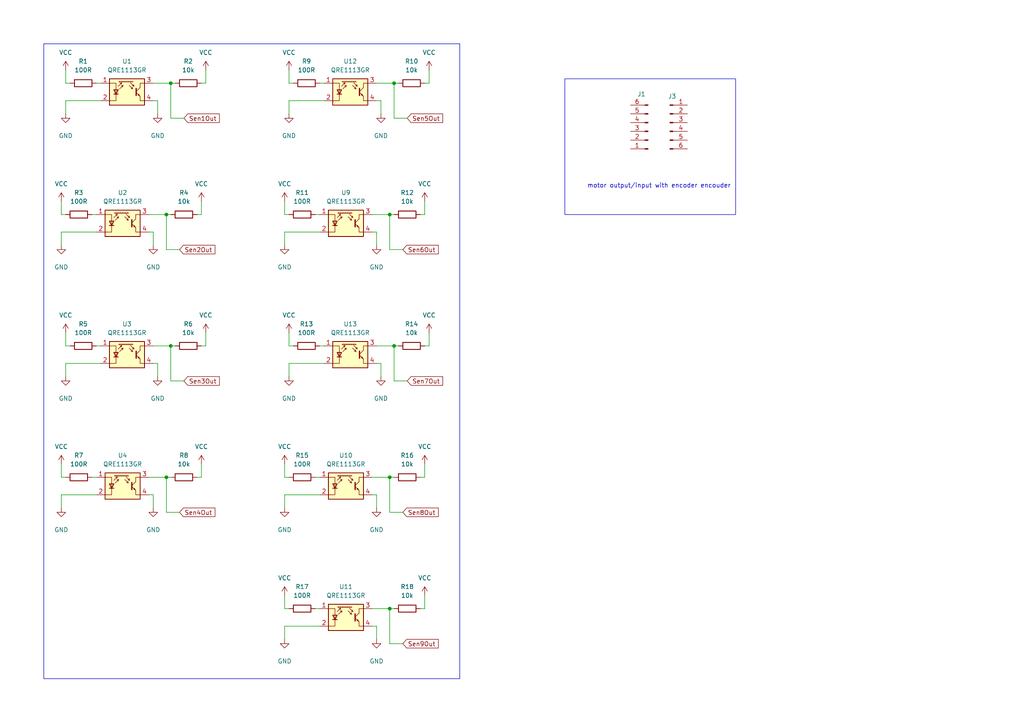
<source format=kicad_sch>
(kicad_sch (version 20250114) (generator "eeschema") (generator_version "9.0")
  (paper "A4")
  (lib_symbols
    (symbol "Connector:Conn_01x06_Pin" (pin_names (offset 1.016) (hide yes))
      (property "Reference" "J" (at 0 7.62 0))
      (property "Value" "Conn_01x06_Pin" (at 0 -10.16 0))
      (symbol "Conn_01x06_Pin_1_1"
        (rectangle (start 0.8636 5.207) (end 0 4.953) (stroke (width 0.1524)) (fill (type outline)))
        (rectangle (start 0.8636 2.667) (end 0 2.413) (stroke (width 0.1524)) (fill (type outline)))
        (rectangle (start 0.8636 0.127) (end 0 -0.127) (stroke (width 0.1524)) (fill (type outline)))
        (rectangle (start 0.8636 -2.413) (end 0 -2.667) (stroke (width 0.1524)) (fill (type outline)))
        (rectangle (start 0.8636 -4.953) (end 0 -5.207) (stroke (width 0.1524)) (fill (type outline)))
        (rectangle (start 0.8636 -7.493) (end 0 -7.747) (stroke (width 0.1524)) (fill (type outline)))
        (polyline (pts (xy 1.27 5.08) (xy 0.8636 5.08)) (stroke (width 0.1524)))
        (polyline (pts (xy 1.27 2.54) (xy 0.8636 2.54)) (stroke (width 0.1524)))
        (polyline (pts (xy 1.27 0) (xy 0.8636 0)) (stroke (width 0.1524)))
        (polyline (pts (xy 1.27 -2.54) (xy 0.8636 -2.54)) (stroke (width 0.1524)))
        (polyline (pts (xy 1.27 -5.08) (xy 0.8636 -5.08)) (stroke (width 0.1524)))
        (polyline (pts (xy 1.27 -7.62) (xy 0.8636 -7.62)) (stroke (width 0.1524)))
        (pin passive line (at 5.08 5.08 180) (length 3.81) (name "Pin_1") (number "1"))
        (pin passive line (at 5.08 2.54 180) (length 3.81) (name "Pin_2") (number "2"))
        (pin passive line (at 5.08 0 180) (length 3.81) (name "Pin_3") (number "3"))
        (pin passive line (at 5.08 -2.54 180) (length 3.81) (name "Pin_4") (number "4"))
        (pin passive line (at 5.08 -5.08 180) (length 3.81) (name "Pin_5") (number "5"))
        (pin passive line (at 5.08 -7.62 180) (length 3.81) (name "Pin_6") (number "6"))
      )
    )
    (symbol "Device:R" (pin_numbers (hide yes)) (pin_names (offset 0))
      (property "Reference" "R" (at 2.032 0 90))
      (property "Value" "R" (at 0 0 90))
      (symbol "R_0_1"
        (rectangle (start -1.016 -2.54) (end 1.016 2.54) (stroke (width 0.254)))
      )
      (symbol "R_1_1"
        (pin passive line (at 0 3.81 270) (length 1.27) (name "~") (number "1"))
        (pin passive line (at 0 -3.81 90) (length 1.27) (name "~") (number "2"))
      )
    )
    (symbol "Sensor_Proximity:QRE1113GR" (pin_names (offset 0.0254) (hide yes))
      (property "Reference" "U" (at -3.81 5.08 0))
      (property "Value" "QRE1113GR" (at 11.43 5.08 0))
      (symbol "QRE1113GR_0_1"
        (polyline (pts (xy -5.08 -2.54) (xy -3.175 -2.54) (xy -3.175 2.54) (xy -5.08 2.54)))
        (polyline (pts (xy -5.08 -3.81) (xy 5.08 -3.81) (xy 5.08 3.81) (xy -5.08 3.81) (xy -5.08 -3.81)) (stroke (width 0.254)) (fill (type background)))
        (polyline (pts (xy -3.81 -0.635) (xy -2.54 -0.635)) (stroke (width 0.254)))
        (polyline (pts (xy -3.175 -0.635) (xy -3.81 0.635) (xy -2.54 0.635) (xy -3.175 -0.635)) (stroke (width 0.254)))
        (polyline (pts (xy -2.54 1.651) (xy -1.524 2.667) (xy -2.032 2.54)))
        (polyline (pts (xy -2.286 2.921) (xy -2.032 3.175)))
        (polyline (pts (xy -2.159 0.889) (xy -1.143 1.905) (xy -1.651 1.778)))
        (polyline (pts (xy -1.778 2.921) (xy -1.524 3.175)))
        (polyline (pts (xy -1.524 2.667) (xy -1.651 2.159)))
        (polyline (pts (xy -1.27 2.921) (xy -1.016 3.175)))
        (polyline (pts (xy -1.143 1.905) (xy -1.27 1.397)))
        (polyline (pts (xy -0.762 2.921) (xy -0.508 3.175)))
        (polyline (pts (xy -0.254 2.921) (xy 0 3.175)))
        (polyline (pts (xy 0.254 2.921) (xy 0.508 3.175)))
        (polyline (pts (xy 0.635 1.905) (xy 1.651 0.889) (xy 1.524 1.397)))
        (polyline (pts (xy 0.762 2.921) (xy 1.016 3.175)))
        (polyline (pts (xy 1.016 2.667) (xy 2.032 1.651) (xy 1.905 2.159)))
        (polyline (pts (xy 1.27 2.921) (xy 1.524 3.175)))
        (polyline (pts (xy 1.651 0.889) (xy 1.143 1.016)))
        (polyline (pts (xy 1.778 2.921) (xy -2.413 2.921)))
        (polyline (pts (xy 2.032 1.651) (xy 1.524 1.778)))
        (polyline (pts (xy 2.667 1.016) (xy 2.667 -1.016) (xy 2.667 -1.016)) (stroke (width 0.3556)))
        (polyline (pts (xy 2.667 0.127) (xy 3.81 1.27)))
        (polyline (pts (xy 2.667 -0.127) (xy 3.81 -1.27)))
        (polyline (pts (xy 3.683 -1.143) (xy 3.429 -0.635) (xy 3.175 -0.889) (xy 3.683 -1.143)))
        (polyline (pts (xy 3.81 1.27) (xy 3.81 2.54) (xy 5.08 2.54)))
        (polyline (pts (xy 3.81 -1.27) (xy 3.81 -2.54) (xy 5.08 -2.54)))
      )
      (symbol "QRE1113GR_1_1"
        (pin passive line (at -7.62 2.54 0) (length 2.54) (name "A") (number "1"))
        (pin passive line (at -7.62 -2.54 0) (length 2.54) (name "K") (number "2"))
        (pin open_collector line (at 7.62 2.54 180) (length 2.54) (name "~") (number "3"))
        (pin open_emitter line (at 7.62 -2.54 180) (length 2.54) (name "~") (number "4"))
      )
    )
    (symbol "power:GND" (power) (pin_names (offset 0))
      (property "Value" "GND" (at 0 -3.81 0))
      (symbol "GND_0_1"
        (polyline (pts (xy 0 0) (xy 0 -1.27) (xy 1.27 -1.27) (xy 0 -2.54) (xy -1.27 -1.27) (xy 0 -1.27)))
      )
      (symbol "GND_1_1"
        (pin power_in line (at 0 0 270) (length 0) (hide yes) (name "GND") (number "1"))
      )
    )
    (symbol "power:VCC" (power) (pin_names (offset 0))
      (property "Value" "VCC" (at 0 3.81 0))
      (symbol "VCC_0_1"
        (polyline (pts (xy -0.762 1.27) (xy 0 2.54)))
        (polyline (pts (xy 0 2.54) (xy 0.762 1.27)))
        (polyline (pts (xy 0 0) (xy 0 2.54)))
      )
      (symbol "VCC_1_1"
        (pin power_in line (at 0 0 90) (length 0) (hide yes) (name "VCC") (number "1"))
      )
    )
  )
  (rectangle (start 12.7 12.7) (end 133.35 196.85))
  (rectangle (start 163.83 22.86) (end 213.36 62.23))
  (text "motor output/input with encoder encouder\n" (at 191.135 53.975 0) (effects (font (size 1.27 1.27))))
  (junction (at 48.26 62.23))
  (junction (at 113.03 138.43))
  (junction (at 48.26 138.43))
  (junction (at 49.53 100.33))
  (junction (at 113.03 176.53))
  (junction (at 49.53 24.13))
  (junction (at 114.3 24.13))
  (junction (at 113.03 62.23))
  (junction (at 114.3 100.33))
  (wire (pts (xy 59.69 96.52) (xy 59.69 100.33)))
  (wire (pts (xy 109.22 143.51) (xy 109.22 147.32)))
  (wire (pts (xy 109.22 29.21) (xy 110.49 29.21)))
  (wire (pts (xy 44.45 24.13) (xy 49.53 24.13)))
  (wire (pts (xy 83.82 33.02) (xy 83.82 29.21)))
  (wire (pts (xy 48.26 62.23) (xy 48.26 72.39)))
  (wire (pts (xy 110.49 105.41) (xy 110.49 109.22)))
  (wire (pts (xy 19.05 96.52) (xy 19.05 100.33)))
  (wire (pts (xy 107.95 138.43) (xy 113.03 138.43)))
  (wire (pts (xy 107.95 176.53) (xy 113.03 176.53)))
  (wire (pts (xy 114.3 24.13) (xy 114.3 34.29)))
  (wire (pts (xy 121.92 62.23) (xy 123.19 62.23)))
  (wire (pts (xy 49.53 24.13) (xy 50.8 24.13)))
  (wire (pts (xy 113.03 138.43) (xy 113.03 148.59)))
  (wire (pts (xy 43.18 62.23) (xy 48.26 62.23)))
  (wire (pts (xy 19.05 33.02) (xy 19.05 29.21)))
  (wire (pts (xy 44.45 105.41) (xy 45.72 105.41)))
  (wire (pts (xy 45.72 29.21) (xy 45.72 33.02)))
  (wire (pts (xy 113.03 62.23) (xy 114.3 62.23)))
  (wire (pts (xy 44.45 67.31) (xy 44.45 71.12)))
  (wire (pts (xy 92.71 100.33) (xy 93.98 100.33)))
  (wire (pts (xy 83.82 24.13) (xy 85.09 24.13)))
  (wire (pts (xy 82.55 71.12) (xy 82.55 67.31)))
  (wire (pts (xy 48.26 148.59) (xy 52.07 148.59)))
  (wire (pts (xy 82.55 185.42) (xy 82.55 181.61)))
  (wire (pts (xy 123.19 172.72) (xy 123.19 176.53)))
  (wire (pts (xy 91.44 176.53) (xy 92.71 176.53)))
  (wire (pts (xy 123.19 100.33) (xy 124.46 100.33)))
  (wire (pts (xy 113.03 176.53) (xy 113.03 186.69)))
  (wire (pts (xy 44.45 100.33) (xy 49.53 100.33)))
  (wire (pts (xy 27.94 100.33) (xy 29.21 100.33)))
  (wire (pts (xy 114.3 100.33) (xy 114.3 110.49)))
  (wire (pts (xy 109.22 67.31) (xy 109.22 71.12)))
  (wire (pts (xy 58.42 58.42) (xy 58.42 62.23)))
  (wire (pts (xy 49.53 24.13) (xy 49.53 34.29)))
  (wire (pts (xy 82.55 67.31) (xy 92.71 67.31)))
  (wire (pts (xy 91.44 62.23) (xy 92.71 62.23)))
  (wire (pts (xy 49.53 34.29) (xy 53.34 34.29)))
  (wire (pts (xy 26.67 138.43) (xy 27.94 138.43)))
  (wire (pts (xy 17.78 71.12) (xy 17.78 67.31)))
  (wire (pts (xy 58.42 100.33) (xy 59.69 100.33)))
  (wire (pts (xy 92.71 24.13) (xy 93.98 24.13)))
  (wire (pts (xy 82.55 134.62) (xy 82.55 138.43)))
  (wire (pts (xy 19.05 29.21) (xy 29.21 29.21)))
  (wire (pts (xy 48.26 138.43) (xy 49.53 138.43)))
  (wire (pts (xy 17.78 134.62) (xy 17.78 138.43)))
  (wire (pts (xy 26.67 62.23) (xy 27.94 62.23)))
  (wire (pts (xy 82.55 143.51) (xy 92.71 143.51)))
  (wire (pts (xy 82.55 58.42) (xy 82.55 62.23)))
  (wire (pts (xy 27.94 24.13) (xy 29.21 24.13)))
  (wire (pts (xy 43.18 143.51) (xy 44.45 143.51)))
  (wire (pts (xy 57.15 138.43) (xy 58.42 138.43)))
  (wire (pts (xy 82.55 172.72) (xy 82.55 176.53)))
  (wire (pts (xy 82.55 62.23) (xy 83.82 62.23)))
  (wire (pts (xy 107.95 143.51) (xy 109.22 143.51)))
  (wire (pts (xy 82.55 181.61) (xy 92.71 181.61)))
  (wire (pts (xy 107.95 62.23) (xy 113.03 62.23)))
  (wire (pts (xy 17.78 62.23) (xy 19.05 62.23)))
  (wire (pts (xy 107.95 181.61) (xy 109.22 181.61)))
  (wire (pts (xy 113.03 138.43) (xy 114.3 138.43)))
  (wire (pts (xy 121.92 138.43) (xy 123.19 138.43)))
  (wire (pts (xy 19.05 109.22) (xy 19.05 105.41)))
  (wire (pts (xy 113.03 186.69) (xy 116.84 186.69)))
  (wire (pts (xy 114.3 34.29) (xy 118.11 34.29)))
  (wire (pts (xy 114.3 24.13) (xy 115.57 24.13)))
  (wire (pts (xy 109.22 100.33) (xy 114.3 100.33)))
  (wire (pts (xy 109.22 24.13) (xy 114.3 24.13)))
  (wire (pts (xy 82.55 138.43) (xy 83.82 138.43)))
  (wire (pts (xy 124.46 20.32) (xy 124.46 24.13)))
  (wire (pts (xy 113.03 148.59) (xy 116.84 148.59)))
  (wire (pts (xy 58.42 24.13) (xy 59.69 24.13)))
  (wire (pts (xy 114.3 100.33) (xy 115.57 100.33)))
  (wire (pts (xy 58.42 134.62) (xy 58.42 138.43)))
  (wire (pts (xy 82.55 147.32) (xy 82.55 143.51)))
  (wire (pts (xy 113.03 176.53) (xy 114.3 176.53)))
  (wire (pts (xy 17.78 138.43) (xy 19.05 138.43)))
  (wire (pts (xy 83.82 96.52) (xy 83.82 100.33)))
  (wire (pts (xy 17.78 147.32) (xy 17.78 143.51)))
  (wire (pts (xy 83.82 105.41) (xy 93.98 105.41)))
  (wire (pts (xy 123.19 58.42) (xy 123.19 62.23)))
  (wire (pts (xy 17.78 58.42) (xy 17.78 62.23)))
  (wire (pts (xy 114.3 110.49) (xy 118.11 110.49)))
  (wire (pts (xy 107.95 67.31) (xy 109.22 67.31)))
  (wire (pts (xy 45.72 105.41) (xy 45.72 109.22)))
  (wire (pts (xy 109.22 105.41) (xy 110.49 105.41)))
  (wire (pts (xy 43.18 138.43) (xy 48.26 138.43)))
  (wire (pts (xy 124.46 96.52) (xy 124.46 100.33)))
  (wire (pts (xy 19.05 20.32) (xy 19.05 24.13)))
  (wire (pts (xy 49.53 100.33) (xy 50.8 100.33)))
  (wire (pts (xy 113.03 62.23) (xy 113.03 72.39)))
  (wire (pts (xy 110.49 29.21) (xy 110.49 33.02)))
  (wire (pts (xy 113.03 72.39) (xy 116.84 72.39)))
  (wire (pts (xy 49.53 110.49) (xy 53.34 110.49)))
  (wire (pts (xy 48.26 72.39) (xy 52.07 72.39)))
  (wire (pts (xy 57.15 62.23) (xy 58.42 62.23)))
  (wire (pts (xy 19.05 100.33) (xy 20.32 100.33)))
  (wire (pts (xy 83.82 109.22) (xy 83.82 105.41)))
  (wire (pts (xy 43.18 67.31) (xy 44.45 67.31)))
  (wire (pts (xy 48.26 138.43) (xy 48.26 148.59)))
  (wire (pts (xy 19.05 24.13) (xy 20.32 24.13)))
  (wire (pts (xy 123.19 134.62) (xy 123.19 138.43)))
  (wire (pts (xy 91.44 138.43) (xy 92.71 138.43)))
  (wire (pts (xy 83.82 29.21) (xy 93.98 29.21)))
  (wire (pts (xy 19.05 105.41) (xy 29.21 105.41)))
  (wire (pts (xy 49.53 100.33) (xy 49.53 110.49)))
  (wire (pts (xy 17.78 67.31) (xy 27.94 67.31)))
  (wire (pts (xy 59.69 20.32) (xy 59.69 24.13)))
  (wire (pts (xy 123.19 24.13) (xy 124.46 24.13)))
  (wire (pts (xy 44.45 143.51) (xy 44.45 147.32)))
  (wire (pts (xy 82.55 176.53) (xy 83.82 176.53)))
  (wire (pts (xy 123.19 176.53) (xy 121.92 176.53)))
  (wire (pts (xy 109.22 181.61) (xy 109.22 185.42)))
  (wire (pts (xy 44.45 29.21) (xy 45.72 29.21)))
  (wire (pts (xy 83.82 100.33) (xy 85.09 100.33)))
  (wire (pts (xy 17.78 143.51) (xy 27.94 143.51)))
  (wire (pts (xy 83.82 20.32) (xy 83.82 24.13)))
  (wire (pts (xy 48.26 62.23) (xy 49.53 62.23)))
  (global_label "Sen3Out" (shape input) (at 53.34 110.49 0) (property "Intersheetrefs" "${INTERSHEET_REFS}" (effects (hide yes))))
  (global_label "Sen5Out" (shape input) (at 118.11 34.29 0) (property "Intersheetrefs" "${INTERSHEET_REFS}" (effects (hide yes))))
  (global_label "Sen4Out" (shape input) (at 52.07 148.59 0) (property "Intersheetrefs" "${INTERSHEET_REFS}" (effects (hide yes))))
  (global_label "Sen8Out" (shape input) (at 116.84 148.59 0) (property "Intersheetrefs" "${INTERSHEET_REFS}" (effects (hide yes))))
  (global_label "Sen7Out" (shape input) (at 118.11 110.49 0) (property "Intersheetrefs" "${INTERSHEET_REFS}" (effects (hide yes))))
  (global_label "Sen9Out" (shape input) (at 116.84 186.69 0) (property "Intersheetrefs" "${INTERSHEET_REFS}" (effects (hide yes))))
  (global_label "Sen2Out" (shape input) (at 52.07 72.39 0) (property "Intersheetrefs" "${INTERSHEET_REFS}" (effects (hide yes))))
  (global_label "Sen1Out" (shape input) (at 53.34 34.29 0) (property "Intersheetrefs" "${INTERSHEET_REFS}" (effects (hide yes))))
  (global_label "Sen6Out" (shape input) (at 116.84 72.39 0) (property "Intersheetrefs" "${INTERSHEET_REFS}" (effects (hide yes))))
  (symbol (lib_id "Device:R") (at 88.9 24.13 90) (unit 1)
    (property "Reference" "R9" (at 88.9 17.78 90))
    (property "Value" "100R" (at 88.9 20.32 90))
    (property "Footprint" "Resistor_SMD:R_0805_2012Metric" (effects (hide yes)))
    (property "LCSC" "C17408" (effects (hide yes)))
  )
  (symbol (lib_id "power:GND") (at 83.82 109.22 0) (unit 1)
    (property "Reference" "#PWR047" (effects (hide yes)))
    (property "Value" "GND" (at 83.82 115.57 0))
  )
  (symbol (lib_id "Device:R") (at 54.61 100.33 90) (unit 1)
    (property "Reference" "R6" (at 54.61 93.98 90))
    (property "Value" "10k" (at 54.61 96.52 90))
    (property "Footprint" "Resistor_SMD:R_0805_2012Metric" (effects (hide yes)))
    (property "LCSC" "C17414" (effects (hide yes)))
  )
  (symbol (lib_id "power:VCC") (at 58.42 58.42 0) (unit 1)
    (property "Reference" "#PWR034" (effects (hide yes)))
    (property "Value" "VCC" (at 58.42 53.34 0))
  )
  (symbol (lib_id "power:VCC") (at 83.82 96.52 0) (unit 1)
    (property "Reference" "#PWR046" (effects (hide yes)))
    (property "Value" "VCC" (at 83.82 91.44 0))
  )
  (symbol (lib_id "power:GND") (at 82.55 71.12 0) (unit 1)
    (property "Reference" "#PWR039" (effects (hide yes)))
    (property "Value" "GND" (at 82.55 77.47 0))
  )
  (symbol (lib_id "power:GND") (at 82.55 185.42 0) (unit 1)
    (property "Reference" "#PWR043" (effects (hide yes)))
    (property "Value" "GND" (at 82.55 191.77 0))
  )
  (symbol (lib_id "Device:R") (at 53.34 62.23 90) (unit 1)
    (property "Reference" "R4" (at 53.34 55.88 90))
    (property "Value" "10k" (at 53.34 58.42 90))
    (property "Footprint" "Resistor_SMD:R_0805_2012Metric" (effects (hide yes)))
    (property "LCSC" "C17414" (effects (hide yes)))
  )
  (symbol (lib_id "power:GND") (at 109.22 185.42 0) (unit 1)
    (property "Reference" "#PWR050" (effects (hide yes)))
    (property "Value" "GND" (at 109.22 191.77 0))
  )
  (symbol (lib_id "power:VCC") (at 59.69 20.32 0) (unit 1)
    (property "Reference" "#PWR036" (effects (hide yes)))
    (property "Value" "VCC" (at 59.69 15.24 0))
  )
  (symbol (lib_id "power:VCC") (at 123.19 134.62 0) (unit 1)
    (property "Reference" "#PWR054" (effects (hide yes)))
    (property "Value" "VCC" (at 123.19 129.54 0))
  )
  (symbol (lib_id "power:VCC") (at 19.05 20.32 0) (unit 1)
    (property "Reference" "#PWR012" (effects (hide yes)))
    (property "Value" "VCC" (at 19.05 15.24 0))
  )
  (symbol (lib_id "Sensor_Proximity:QRE1113GR") (at 100.33 64.77 0) (unit 1)
    (property "Reference" "U9" (at 100.33 55.88 0))
    (property "Value" "QRE1113GR" (at 100.33 58.42 0))
    (property "Footprint" "OptoDevice:OnSemi_CASE100CY" (effects (hide yes)))
    (property "Datasheet" "http://www.onsemi.com/pub/Collateral/QRE1113-D.PDF" (effects (hide yes)))
    (property "LCSC" "C232862" (effects (hide yes)))
  )
  (symbol (lib_id "Device:R") (at 118.11 138.43 90) (unit 1)
    (property "Reference" "R16" (at 118.11 132.08 90))
    (property "Value" "10k" (at 118.11 134.62 90))
    (property "Footprint" "Resistor_SMD:R_0805_2012Metric" (effects (hide yes)))
    (property "LCSC" "C17414" (effects (hide yes)))
  )
  (symbol (lib_id "power:GND") (at 17.78 147.32 0) (unit 1)
    (property "Reference" "#PWR011" (effects (hide yes)))
    (property "Value" "GND" (at 17.78 153.67 0))
  )
  (symbol (lib_id "Sensor_Proximity:QRE1113GR") (at 101.6 102.87 0) (unit 1)
    (property "Reference" "U13" (at 101.6 93.98 0))
    (property "Value" "QRE1113GR" (at 101.6 96.52 0))
    (property "Footprint" "OptoDevice:OnSemi_CASE100CY" (effects (hide yes)))
    (property "Datasheet" "http://www.onsemi.com/pub/Collateral/QRE1113-D.PDF" (effects (hide yes)))
    (property "LCSC" "C232862" (effects (hide yes)))
  )
  (symbol (lib_id "power:GND") (at 19.05 33.02 0) (unit 1)
    (property "Reference" "#PWR013" (effects (hide yes)))
    (property "Value" "GND" (at 19.05 39.37 0))
  )
  (symbol (lib_id "Device:R") (at 119.38 100.33 90) (unit 1)
    (property "Reference" "R14" (at 119.38 93.98 90))
    (property "Value" "10k" (at 119.38 96.52 90))
    (property "Footprint" "Resistor_SMD:R_0805_2012Metric" (effects (hide yes)))
    (property "LCSC" "C17414" (effects (hide yes)))
  )
  (symbol (lib_id "power:GND") (at 109.22 147.32 0) (unit 1)
    (property "Reference" "#PWR049" (effects (hide yes)))
    (property "Value" "GND" (at 109.22 153.67 0))
  )
  (symbol (lib_id "Sensor_Proximity:QRE1113GR") (at 35.56 64.77 0) (unit 1)
    (property "Reference" "U2" (at 35.56 55.88 0))
    (property "Value" "QRE1113GR" (at 35.56 58.42 0))
    (property "Footprint" "OptoDevice:OnSemi_CASE100CY" (effects (hide yes)))
    (property "Datasheet" "http://www.onsemi.com/pub/Collateral/QRE1113-D.PDF" (effects (hide yes)))
    (property "LCSC" "C232862" (effects (hide yes)))
  )
  (symbol (lib_id "power:GND") (at 109.22 71.12 0) (unit 1)
    (property "Reference" "#PWR048" (effects (hide yes)))
    (property "Value" "GND" (at 109.22 77.47 0))
  )
  (symbol (lib_id "Device:R") (at 87.63 138.43 90) (unit 1)
    (property "Reference" "R15" (at 87.63 132.08 90))
    (property "Value" "100R" (at 87.63 134.62 90))
    (property "Footprint" "Resistor_SMD:R_0805_2012Metric" (effects (hide yes)))
    (property "LCSC" "C17408" (effects (hide yes)))
  )
  (symbol (lib_id "power:VCC") (at 19.05 96.52 0) (unit 1)
    (property "Reference" "#PWR014" (effects (hide yes)))
    (property "Value" "VCC" (at 19.05 91.44 0))
  )
  (symbol (lib_id "Device:R") (at 87.63 62.23 90) (unit 1)
    (property "Reference" "R11" (at 87.63 55.88 90))
    (property "Value" "100R" (at 87.63 58.42 90))
    (property "Footprint" "Resistor_SMD:R_0805_2012Metric" (effects (hide yes)))
    (property "LCSC" "C17408" (effects (hide yes)))
  )
  (symbol (lib_id "power:VCC") (at 17.78 58.42 0) (unit 1)
    (property "Reference" "#PWR08" (effects (hide yes)))
    (property "Value" "VCC" (at 17.78 53.34 0))
  )
  (symbol (lib_id "Connector:Conn_01x06_Pin") (at 194.31 35.56 0) (unit 1)
    (property "Reference" "J3" (at 194.945 27.94 0))
    (property "Value" "Conn_01x06_Pin" (effects (hide yes)))
    (property "Footprint" "Connector_JST:JST_GH_SM06B-GHS-TB_1x06-1MP_P1.25mm_Horizontal" (effects (hide yes)))
    (property "Description" "Generic connector, single row, 01x06, script generated" (effects (hide yes)))
  )
  (symbol (lib_id "power:VCC") (at 82.55 172.72 0) (unit 1)
    (property "Reference" "#PWR042" (effects (hide yes)))
    (property "Value" "VCC" (at 82.55 167.64 0))
  )
  (symbol (lib_id "Device:R") (at 88.9 100.33 90) (unit 1)
    (property "Reference" "R13" (at 88.9 93.98 90))
    (property "Value" "100R" (at 88.9 96.52 90))
    (property "Footprint" "Resistor_SMD:R_0805_2012Metric" (effects (hide yes)))
    (property "LCSC" "C17408" (effects (hide yes)))
  )
  (symbol (lib_id "power:VCC") (at 58.42 134.62 0) (unit 1)
    (property "Reference" "#PWR035" (effects (hide yes)))
    (property "Value" "VCC" (at 58.42 129.54 0))
  )
  (symbol (lib_id "power:GND") (at 17.78 71.12 0) (unit 1)
    (property "Reference" "#PWR09" (effects (hide yes)))
    (property "Value" "GND" (at 17.78 77.47 0))
  )
  (symbol (lib_id "power:VCC") (at 17.78 134.62 0) (unit 1)
    (property "Reference" "#PWR010" (effects (hide yes)))
    (property "Value" "VCC" (at 17.78 129.54 0))
  )
  (symbol (lib_id "power:GND") (at 45.72 33.02 0) (unit 1)
    (property "Reference" "#PWR032" (effects (hide yes)))
    (property "Value" "GND" (at 45.72 39.37 0))
  )
  (symbol (lib_id "power:VCC") (at 83.82 20.32 0) (unit 1)
    (property "Reference" "#PWR044" (effects (hide yes)))
    (property "Value" "VCC" (at 83.82 15.24 0))
  )
  (symbol (lib_id "Device:R") (at 22.86 62.23 90) (unit 1)
    (property "Reference" "R3" (at 22.86 55.88 90))
    (property "Value" "100R" (at 22.86 58.42 90))
    (property "Footprint" "Resistor_SMD:R_0805_2012Metric" (effects (hide yes)))
    (property "LCSC" "C17408" (effects (hide yes)))
  )
  (symbol (lib_id "power:VCC") (at 123.19 172.72 0) (unit 1)
    (property "Reference" "#PWR055" (effects (hide yes)))
    (property "Value" "VCC" (at 123.19 167.64 0))
  )
  (symbol (lib_id "Device:R") (at 119.38 24.13 90) (unit 1)
    (property "Reference" "R10" (at 119.38 17.78 90))
    (property "Value" "10k" (at 119.38 20.32 90))
    (property "Footprint" "Resistor_SMD:R_0805_2012Metric" (effects (hide yes)))
    (property "LCSC" "C17414" (effects (hide yes)))
  )
  (symbol (lib_id "power:VCC") (at 123.19 58.42 0) (unit 1)
    (property "Reference" "#PWR053" (effects (hide yes)))
    (property "Value" "VCC" (at 123.19 53.34 0))
  )
  (symbol (lib_id "Device:R") (at 118.11 176.53 90) (unit 1)
    (property "Reference" "R18" (at 118.11 170.18 90))
    (property "Value" "10k" (at 118.11 172.72 90))
    (property "Footprint" "Resistor_SMD:R_0805_2012Metric" (effects (hide yes)))
    (property "LCSC" "C17414" (effects (hide yes)))
  )
  (symbol (lib_id "power:VCC") (at 124.46 20.32 0) (unit 1)
    (property "Reference" "#PWR056" (effects (hide yes)))
    (property "Value" "VCC" (at 124.46 15.24 0))
  )
  (symbol (lib_id "Device:R") (at 24.13 100.33 90) (unit 1)
    (property "Reference" "R5" (at 24.13 93.98 90))
    (property "Value" "100R" (at 24.13 96.52 90))
    (property "Footprint" "Resistor_SMD:R_0805_2012Metric" (effects (hide yes)))
    (property "LCSC" "C17408" (effects (hide yes)))
  )
  (symbol (lib_id "power:GND") (at 110.49 33.02 0) (unit 1)
    (property "Reference" "#PWR051" (effects (hide yes)))
    (property "Value" "GND" (at 110.49 39.37 0))
  )
  (symbol (lib_id "Device:R") (at 22.86 138.43 90) (unit 1)
    (property "Reference" "R7" (at 22.86 132.08 90))
    (property "Value" "100R" (at 22.86 134.62 90))
    (property "Footprint" "Resistor_SMD:R_0805_2012Metric" (effects (hide yes)))
    (property "LCSC" "C17408" (effects (hide yes)))
  )
  (symbol (lib_id "power:GND") (at 19.05 109.22 0) (unit 1)
    (property "Reference" "#PWR015" (effects (hide yes)))
    (property "Value" "GND" (at 19.05 115.57 0))
  )
  (symbol (lib_id "Device:R") (at 118.11 62.23 90) (unit 1)
    (property "Reference" "R12" (at 118.11 55.88 90))
    (property "Value" "10k" (at 118.11 58.42 90))
    (property "Footprint" "Resistor_SMD:R_0805_2012Metric" (effects (hide yes)))
    (property "LCSC" "C17414" (effects (hide yes)))
  )
  (symbol (lib_id "power:GND") (at 44.45 71.12 0) (unit 1)
    (property "Reference" "#PWR016" (effects (hide yes)))
    (property "Value" "GND" (at 44.45 77.47 0))
  )
  (symbol (lib_id "Sensor_Proximity:QRE1113GR") (at 101.6 26.67 0) (unit 1)
    (property "Reference" "U12" (at 101.6 17.78 0))
    (property "Value" "QRE1113GR" (at 101.6 20.32 0))
    (property "Footprint" "OptoDevice:OnSemi_CASE100CY" (effects (hide yes)))
    (property "Datasheet" "http://www.onsemi.com/pub/Collateral/QRE1113-D.PDF" (effects (hide yes)))
    (property "LCSC" "C232862" (effects (hide yes)))
  )
  (symbol (lib_id "Device:R") (at 53.34 138.43 90) (unit 1)
    (property "Reference" "R8" (at 53.34 132.08 90))
    (property "Value" "10k" (at 53.34 134.62 90))
    (property "Footprint" "Resistor_SMD:R_0805_2012Metric" (effects (hide yes)))
    (property "LCSC" "C17414" (effects (hide yes)))
  )
  (symbol (lib_id "Sensor_Proximity:QRE1113GR") (at 36.83 102.87 0) (unit 1)
    (property "Reference" "U3" (at 36.83 93.98 0))
    (property "Value" "QRE1113GR" (at 36.83 96.52 0))
    (property "Footprint" "OptoDevice:OnSemi_CASE100CY" (effects (hide yes)))
    (property "Datasheet" "http://www.onsemi.com/pub/Collateral/QRE1113-D.PDF" (effects (hide yes)))
    (property "LCSC" "C232862" (effects (hide yes)))
  )
  (symbol (lib_id "power:GND") (at 82.55 147.32 0) (unit 1)
    (property "Reference" "#PWR041" (effects (hide yes)))
    (property "Value" "GND" (at 82.55 153.67 0))
  )
  (symbol (lib_id "power:GND") (at 45.72 109.22 0) (unit 1)
    (property "Reference" "#PWR033" (effects (hide yes)))
    (property "Value" "GND" (at 45.72 115.57 0))
  )
  (symbol (lib_id "power:GND") (at 44.45 147.32 0) (unit 1)
    (property "Reference" "#PWR031" (effects (hide yes)))
    (property "Value" "GND" (at 44.45 153.67 0))
  )
  (symbol (lib_id "power:VCC") (at 82.55 134.62 0) (unit 1)
    (property "Reference" "#PWR040" (effects (hide yes)))
    (property "Value" "VCC" (at 82.55 129.54 0))
  )
  (symbol (lib_id "power:VCC") (at 82.55 58.42 0) (unit 1)
    (property "Reference" "#PWR038" (effects (hide yes)))
    (property "Value" "VCC" (at 82.55 53.34 0))
  )
  (symbol (lib_id "Sensor_Proximity:QRE1113GR") (at 100.33 179.07 0) (unit 1)
    (property "Reference" "U11" (at 100.33 170.18 0))
    (property "Value" "QRE1113GR" (at 100.33 172.72 0))
    (property "Footprint" "OptoDevice:OnSemi_CASE100CY" (effects (hide yes)))
    (property "Datasheet" "http://www.onsemi.com/pub/Collateral/QRE1113-D.PDF" (effects (hide yes)))
    (property "LCSC" "C232862" (effects (hide yes)))
  )
  (symbol (lib_id "Device:R") (at 54.61 24.13 90) (unit 1)
    (property "Reference" "R2" (at 54.61 17.78 90))
    (property "Value" "10k" (at 54.61 20.32 90))
    (property "Footprint" "Resistor_SMD:R_0805_2012Metric" (effects (hide yes)))
    (property "LCSC" "C17414" (effects (hide yes)))
  )
  (symbol (lib_id "power:VCC") (at 59.69 96.52 0) (unit 1)
    (property "Reference" "#PWR037" (effects (hide yes)))
    (property "Value" "VCC" (at 59.69 91.44 0))
  )
  (symbol (lib_id "Sensor_Proximity:QRE1113GR") (at 35.56 140.97 0) (unit 1)
    (property "Reference" "U4" (at 35.56 132.08 0))
    (property "Value" "QRE1113GR" (at 35.56 134.62 0))
    (property "Footprint" "OptoDevice:OnSemi_CASE100CY" (effects (hide yes)))
    (property "Datasheet" "http://www.onsemi.com/pub/Collateral/QRE1113-D.PDF" (effects (hide yes)))
    (property "LCSC" "C232862" (effects (hide yes)))
  )
  (symbol (lib_id "Device:R") (at 24.13 24.13 90) (unit 1)
    (property "Reference" "R1" (at 24.13 17.78 90))
    (property "Value" "100R" (at 24.13 20.32 90))
    (property "Footprint" "Resistor_SMD:R_0805_2012Metric" (effects (hide yes)))
    (property "LCSC" "C17408" (effects (hide yes)))
  )
  (symbol (lib_id "Connector:Conn_01x06_Pin") (at 187.96 38.1 180) (unit 1)
    (property "Reference" "J1" (at 186.055 27.305 0))
    (property "Value" "Conn_01x06_Pin" (effects (hide yes)))
    (property "Footprint" "Connector_JST:JST_GH_SM06B-GHS-TB_1x06-1MP_P1.25mm_Horizontal" (effects (hide yes)))
    (property "Description" "Generic connector, single row, 01x06, script generated" (effects (hide yes)))
  )
  (symbol (lib_id "Sensor_Proximity:QRE1113GR") (at 100.33 140.97 0) (unit 1)
    (property "Reference" "U10" (at 100.33 132.08 0))
    (property "Value" "QRE1113GR" (at 100.33 134.62 0))
    (property "Footprint" "OptoDevice:OnSemi_CASE100CY" (effects (hide yes)))
    (property "Datasheet" "http://www.onsemi.com/pub/Collateral/QRE1113-D.PDF" (effects (hide yes)))
    (property "LCSC" "C232862" (effects (hide yes)))
  )
  (symbol (lib_id "Sensor_Proximity:QRE1113GR") (at 36.83 26.67 0) (unit 1)
    (property "Reference" "U1" (at 36.83 17.78 0))
    (property "Value" "QRE1113GR" (at 36.83 20.32 0))
    (property "Footprint" "OptoDevice:OnSemi_CASE100CY" (effects (hide yes)))
    (property "Datasheet" "http://www.onsemi.com/pub/Collateral/QRE1113-D.PDF" (effects (hide yes)))
    (property "LCSC" "C232862" (effects (hide yes)))
  )
  (symbol (lib_id "Device:R") (at 87.63 176.53 90) (unit 1)
    (property "Reference" "R17" (at 87.63 170.18 90))
    (property "Value" "100R" (at 87.63 172.72 90))
    (property "Footprint" "Resistor_SMD:R_0805_2012Metric" (effects (hide yes)))
    (property "LCSC" "C17408" (effects (hide yes)))
  )
  (symbol (lib_id "power:VCC") (at 124.46 96.52 0) (unit 1)
    (property "Reference" "#PWR057" (effects (hide yes)))
    (property "Value" "VCC" (at 124.46 91.44 0))
  )
  (symbol (lib_id "power:GND") (at 83.82 33.02 0) (unit 1)
    (property "Reference" "#PWR045" (effects (hide yes)))
    (property "Value" "GND" (at 83.82 39.37 0))
  )
  (symbol (lib_id "power:GND") (at 110.49 109.22 0) (unit 1)
    (property "Reference" "#PWR052" (effects (hide yes)))
    (property "Value" "GND" (at 110.49 115.57 0))
  )
)
</source>
